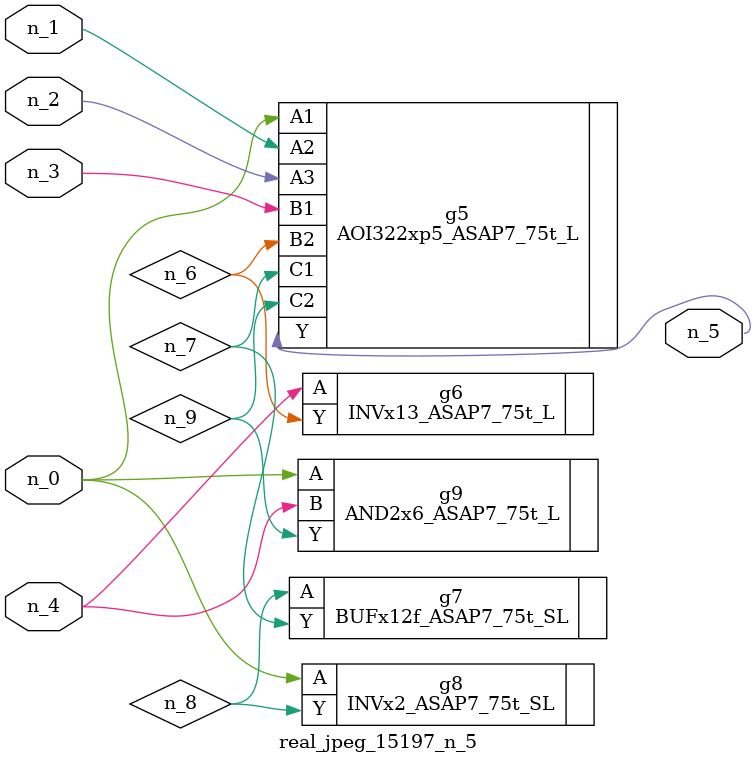
<source format=v>
module real_jpeg_15197_n_5 (n_4, n_0, n_1, n_2, n_3, n_5);

input n_4;
input n_0;
input n_1;
input n_2;
input n_3;

output n_5;

wire n_8;
wire n_6;
wire n_7;
wire n_9;

AOI322xp5_ASAP7_75t_L g5 ( 
.A1(n_0),
.A2(n_1),
.A3(n_2),
.B1(n_3),
.B2(n_6),
.C1(n_7),
.C2(n_9),
.Y(n_5)
);

INVx2_ASAP7_75t_SL g8 ( 
.A(n_0),
.Y(n_8)
);

AND2x6_ASAP7_75t_L g9 ( 
.A(n_0),
.B(n_4),
.Y(n_9)
);

INVx13_ASAP7_75t_L g6 ( 
.A(n_4),
.Y(n_6)
);

BUFx12f_ASAP7_75t_SL g7 ( 
.A(n_8),
.Y(n_7)
);


endmodule
</source>
